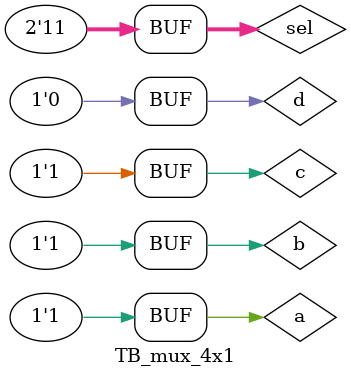
<source format=v>
module mux_4x1(a, b, c, d, sel, out);
  input a, b, c, d;
  input [1:0] sel;

  output out;

  wire w0, w1, w2, w3;
  
  assign w0 = a & ~sel[1] & ~sel[0];
  assign w1 = b & ~sel[1] & sel[0];
  assign w2 = c & sel[1] & ~sel[0];
  assign w3 = d & sel[1] & sel[0];

  assign out = w0 | w1 | w2 | w3;
endmodule

module TB_mux_4x1();
  reg a, b, c, d;
  reg [1:0] sel;

  wire out;

  mux_4x1 mux_4x1(a, b, c, d, sel, out);

  initial begin
    sel = 00; a = 1; b = 0; c = 0; d = 0; #10; // out = 1
    sel = 01; a = 0; b = 1; c = 0; d = 0; #10; // out = 1
    sel = 10; a = 0; b = 0; c = 1; d = 0; #10; // out = 1
    sel = 11; a = 0; b = 0; c = 0; d = 1; #10; // out = 1

    sel = 00; a = 0; b = 0; c = 0; d = 0; #10; // out = 0
    sel = 01; a = 0; b = 0; c = 0; d = 0; #10; // out = 0
    sel = 10; a = 0; b = 0; c = 0; d = 0; #10; // out = 0
    sel = 11; a = 0; b = 0; c = 0; d = 0; #10; // out = 0

    sel = 00; a = 0; b = 1; c = 1; d = 1; #10; // out = 0
    sel = 01; a = 1; b = 0; c = 1; d = 1; #10; // out = 0
    sel = 10; a = 1; b = 1; c = 0; d = 1; #10; // out = 0
    sel = 11; a = 1; b = 1; c = 1; d = 0; #10; // out = 0
  end
 endmodule
 
</source>
